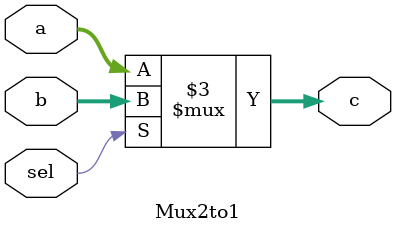
<source format=v>
module Mux2to1(a, b, sel, c);
  parameter WIDTH = 4;
  input [WIDTH-1:0] a, b;
  input sel;
  output reg [WIDTH-1:0] c;  // Output declared as reg for procedural assignment

  always @(*) begin
    if (sel) 
      c = b;
    else 
      c = a;
  end
endmodule

</source>
